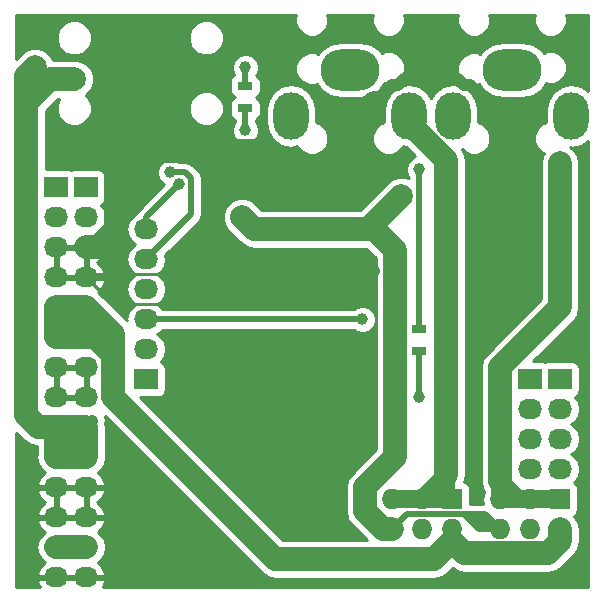
<source format=gbl>
G04 #@! TF.FileFunction,Copper,L2,Bot,Signal*
%FSLAX46Y46*%
G04 Gerber Fmt 4.6, Leading zero omitted, Abs format (unit mm)*
G04 Created by KiCad (PCBNEW 4.0.2-4+6225~38~ubuntu14.04.1-stable) date Fri 18 Mar 2016 19:53:20 GMT*
%MOMM*%
G01*
G04 APERTURE LIST*
%ADD10C,0.100000*%
%ADD11R,1.300000X0.700000*%
%ADD12R,1.727200X1.727200*%
%ADD13O,1.727200X1.727200*%
%ADD14O,3.000000X4.000000*%
%ADD15O,5.000000X3.500000*%
%ADD16R,2.032000X1.727200*%
%ADD17O,2.032000X1.727200*%
%ADD18C,1.000000*%
%ADD19C,2.000000*%
%ADD20C,1.500000*%
%ADD21C,0.508000*%
%ADD22C,2.000000*%
%ADD23C,1.016000*%
%ADD24C,0.254000*%
%ADD25C,1.500000*%
G04 APERTURE END LIST*
D10*
D11*
X120142000Y-108646000D03*
X120142000Y-106746000D03*
D12*
X137668000Y-141732000D03*
D13*
X137668000Y-144272000D03*
X135128000Y-141732000D03*
X135128000Y-144272000D03*
X132588000Y-141732000D03*
X132588000Y-144272000D03*
D12*
X146812000Y-141732000D03*
D13*
X146812000Y-144272000D03*
X144272000Y-141732000D03*
X144272000Y-144272000D03*
X141732000Y-141732000D03*
X141732000Y-144272000D03*
D14*
X147748000Y-109276000D03*
X137748000Y-109276000D03*
D15*
X142748000Y-105376000D03*
D14*
X134032000Y-109276000D03*
X124032000Y-109276000D03*
D15*
X129032000Y-105376000D03*
D11*
X134874000Y-127320000D03*
X134874000Y-129220000D03*
D16*
X104140000Y-115316000D03*
D17*
X104140000Y-117856000D03*
X104140000Y-120396000D03*
X104140000Y-122936000D03*
X104140000Y-125476000D03*
X104140000Y-128016000D03*
X104140000Y-130556000D03*
X104140000Y-133096000D03*
X104140000Y-135636000D03*
X104140000Y-138176000D03*
X104140000Y-140716000D03*
X104140000Y-143256000D03*
X104140000Y-145796000D03*
X104140000Y-148336000D03*
D16*
X106680000Y-115316000D03*
D17*
X106680000Y-117856000D03*
X106680000Y-120396000D03*
X106680000Y-122936000D03*
X106680000Y-125476000D03*
X106680000Y-128016000D03*
X106680000Y-130556000D03*
X106680000Y-133096000D03*
X106680000Y-135636000D03*
X106680000Y-138176000D03*
X106680000Y-140716000D03*
X106680000Y-143256000D03*
X106680000Y-145796000D03*
X106680000Y-148336000D03*
D16*
X111760000Y-131572000D03*
D17*
X111760000Y-129032000D03*
X111760000Y-126492000D03*
X111760000Y-123952000D03*
X111760000Y-121412000D03*
X111760000Y-118872000D03*
D16*
X144272000Y-131572000D03*
D17*
X144272000Y-134112000D03*
X144272000Y-136652000D03*
X144272000Y-139192000D03*
D16*
X146812000Y-131572000D03*
D17*
X146812000Y-134112000D03*
X146812000Y-136652000D03*
X146812000Y-139192000D03*
D18*
X134874000Y-133096000D03*
X120142000Y-105156000D03*
D19*
X105664000Y-106172000D03*
X102339000Y-105156000D03*
X111252000Y-102108000D03*
D18*
X131064000Y-122412000D03*
D19*
X135636000Y-103140000D03*
X143764000Y-117348000D03*
X109220000Y-112776000D03*
X129032000Y-113792000D03*
X119888000Y-117856000D03*
X133350000Y-116078000D03*
X125476000Y-118872000D03*
D18*
X113792000Y-114046000D03*
X114554000Y-115062000D03*
D20*
X146796000Y-113300000D03*
D18*
X130048000Y-126492000D03*
X134874000Y-113792000D03*
X120142000Y-110490000D03*
D21*
X134874000Y-133096000D02*
X134874000Y-129220000D01*
X120142000Y-106746000D02*
X120142000Y-105156000D01*
D22*
X101600000Y-108204000D02*
X103632000Y-106172000D01*
X103632000Y-106172000D02*
X105664000Y-106172000D01*
X102616000Y-135636000D02*
X104140000Y-135636000D01*
X101600000Y-134620000D02*
X102616000Y-135636000D01*
X101600000Y-105895000D02*
X101600000Y-108204000D01*
X101600000Y-108204000D02*
X101600000Y-134620000D01*
X102339000Y-105156000D02*
X101600000Y-105895000D01*
X104140000Y-135636000D02*
X106680000Y-138176000D01*
X104140000Y-135636000D02*
X104140000Y-138176000D01*
X104140000Y-138176000D02*
X106680000Y-138176000D01*
D23*
X106680000Y-135636000D02*
X107188000Y-135128000D01*
D22*
X106680000Y-135636000D02*
X106680000Y-138176000D01*
X104140000Y-135636000D02*
X106680000Y-135636000D01*
X111252000Y-109220000D02*
X114300000Y-112268000D01*
X122428000Y-113792000D02*
X120904000Y-112268000D01*
X120904000Y-112268000D02*
X114300000Y-112268000D01*
X129032000Y-113792000D02*
X122428000Y-113792000D01*
X109728000Y-112268000D02*
X109220000Y-112776000D01*
X114300000Y-112268000D02*
X109728000Y-112268000D01*
X111252000Y-102108000D02*
X111252000Y-109220000D01*
X109220000Y-112776000D02*
X109982000Y-112014000D01*
X111252000Y-110744000D02*
X109982000Y-112014000D01*
X111252000Y-109220000D02*
X111252000Y-110744000D01*
D24*
X106680000Y-120396000D02*
X106934000Y-120142000D01*
D23*
X106934000Y-133096000D02*
X106680000Y-133096000D01*
X131064000Y-122412000D02*
X131064000Y-122428000D01*
D22*
X135890000Y-103124000D02*
X135890000Y-106172000D01*
X135652000Y-103124000D02*
X135890000Y-103124000D01*
X135636000Y-103140000D02*
X135652000Y-103124000D01*
D23*
X135890000Y-106172000D02*
X138176000Y-106172000D01*
X143764000Y-111252000D02*
X143764000Y-117348000D01*
X139192000Y-106680000D02*
X143764000Y-111252000D01*
X138684000Y-106680000D02*
X139192000Y-106680000D01*
X138176000Y-106172000D02*
X138684000Y-106680000D01*
X131064000Y-108204000D02*
X132588000Y-106680000D01*
X132588000Y-106680000D02*
X133096000Y-106680000D01*
X133096000Y-106680000D02*
X133604000Y-106172000D01*
X133604000Y-106172000D02*
X135890000Y-106172000D01*
D22*
X129032000Y-113792000D02*
X129032000Y-110236000D01*
X129032000Y-110236000D02*
X131064000Y-108204000D01*
X107696000Y-120396000D02*
X109220000Y-118872000D01*
X109220000Y-118872000D02*
X109220000Y-112776000D01*
X106680000Y-120396000D02*
X107696000Y-120396000D01*
D24*
X106680000Y-122936000D02*
X108966000Y-125222000D01*
X108966000Y-125222000D02*
X114808000Y-125222000D01*
X106680000Y-122936000D02*
X106934000Y-122682000D01*
X106934000Y-122682000D02*
X114808000Y-122682000D01*
D22*
X130937000Y-118745000D02*
X132842000Y-120650000D01*
X132842000Y-120650000D02*
X132842000Y-138176000D01*
X132588000Y-144272000D02*
X131826000Y-144272000D01*
X131826000Y-144272000D02*
X130302000Y-142748000D01*
X130302000Y-142748000D02*
X130302000Y-140716000D01*
X130302000Y-140716000D02*
X132842000Y-138176000D01*
D21*
X140462000Y-144272000D02*
X139954000Y-144272000D01*
X139446000Y-143256000D02*
X139954000Y-143256000D01*
X139954000Y-143256000D02*
X140462000Y-143764000D01*
X141732000Y-144272000D02*
X141224000Y-144272000D01*
X141224000Y-144272000D02*
X140716000Y-143764000D01*
X139954000Y-143002000D02*
X140716000Y-143764000D01*
X140462000Y-143764000D02*
X140462000Y-144018000D01*
X140716000Y-143764000D02*
X140462000Y-143764000D01*
X140462000Y-143002000D02*
X139954000Y-143002000D01*
X141732000Y-144272000D02*
X140462000Y-144272000D01*
X140462000Y-144272000D02*
X139446000Y-143256000D01*
X139446000Y-143256000D02*
X139192000Y-143002000D01*
X139954000Y-144272000D02*
X140208000Y-144272000D01*
X140208000Y-144272000D02*
X140462000Y-144018000D01*
X140462000Y-144018000D02*
X140970000Y-143510000D01*
X138684000Y-143002000D02*
X139192000Y-143002000D01*
X139192000Y-143002000D02*
X139954000Y-143002000D01*
X140462000Y-143002000D02*
X140970000Y-143510000D01*
X140970000Y-143510000D02*
X141732000Y-144272000D01*
X139954000Y-144272000D02*
X138684000Y-143002000D01*
X133858000Y-143002000D02*
X138684000Y-143002000D01*
X133858000Y-143002000D02*
X132588000Y-144272000D01*
D22*
X130937000Y-118745000D02*
X130810000Y-118618000D01*
X125476000Y-118872000D02*
X120904000Y-118872000D01*
X120904000Y-118872000D02*
X119888000Y-117856000D01*
X130556000Y-118872000D02*
X130810000Y-118618000D01*
X130810000Y-118618000D02*
X133350000Y-116078000D01*
X130556000Y-118872000D02*
X125476000Y-118872000D01*
X106680000Y-128016000D02*
X107442000Y-128016000D01*
X107442000Y-128016000D02*
X108966000Y-129540000D01*
X136144000Y-146812000D02*
X122682000Y-146812000D01*
X108966000Y-127762000D02*
X106680000Y-125476000D01*
X108966000Y-133096000D02*
X108966000Y-129540000D01*
X108966000Y-129540000D02*
X108966000Y-127762000D01*
X122682000Y-146812000D02*
X108966000Y-133096000D01*
X137668000Y-145288000D02*
X136144000Y-146812000D01*
X104140000Y-125476000D02*
X106680000Y-128016000D01*
X106680000Y-128016000D02*
X104140000Y-128016000D01*
X104140000Y-128016000D02*
X104140000Y-125476000D01*
X104140000Y-125476000D02*
X106680000Y-125476000D01*
X106680000Y-125476000D02*
X106680000Y-128016000D01*
D25*
X106680000Y-128016000D02*
X107188000Y-128016000D01*
D22*
X137668000Y-145288000D02*
X138684000Y-146304000D01*
D25*
X137668000Y-144272000D02*
X137668000Y-145288000D01*
D22*
X146812000Y-145288000D02*
X146812000Y-144272000D01*
X145796000Y-146304000D02*
X146812000Y-145288000D01*
X138684000Y-146304000D02*
X145796000Y-146304000D01*
X106680000Y-145796000D02*
X104140000Y-145796000D01*
D21*
X111760000Y-121412000D02*
X115570000Y-117602000D01*
X115570000Y-117602000D02*
X115570000Y-114554000D01*
X115062000Y-114046000D02*
X115570000Y-114554000D01*
X113792000Y-114046000D02*
X115062000Y-114046000D01*
X111760000Y-118872000D02*
X111760000Y-117856000D01*
X111760000Y-117856000D02*
X114554000Y-115062000D01*
X111912400Y-118872000D02*
X111760000Y-118872000D01*
X111760000Y-118872000D02*
X111826000Y-118806000D01*
D25*
X144272000Y-141732000D02*
X146812000Y-141732000D01*
X143256000Y-141732000D02*
X144272000Y-141732000D01*
X141732000Y-141732000D02*
X143256000Y-141732000D01*
X141732000Y-141732000D02*
X141732000Y-140208000D01*
D22*
X141732000Y-130556000D02*
X146796000Y-125492000D01*
X146796000Y-125492000D02*
X146796000Y-113300000D01*
X141732000Y-130556000D02*
X141732000Y-140208000D01*
D25*
X143256000Y-141732000D02*
X141732000Y-140208000D01*
D22*
X134032000Y-109276000D02*
X134032000Y-109902000D01*
X134032000Y-109902000D02*
X137160000Y-113030000D01*
X137160000Y-113030000D02*
X137160000Y-139700000D01*
D25*
X135128000Y-141732000D02*
X137160000Y-139700000D01*
X137668000Y-141732000D02*
X137160000Y-141224000D01*
X137160000Y-141224000D02*
X137160000Y-139700000D01*
X134032000Y-110410000D02*
X134032000Y-109276000D01*
X132588000Y-141732000D02*
X135128000Y-141732000D01*
X137668000Y-141732000D02*
X135128000Y-141732000D01*
D21*
X111760000Y-126492000D02*
X130048000Y-126492000D01*
X134874000Y-113792000D02*
X134874000Y-127254000D01*
X120142000Y-108646000D02*
X120142000Y-110490000D01*
D24*
G36*
X149175000Y-149175000D02*
X108061097Y-149175000D01*
X108284709Y-148710791D01*
X108287358Y-148695026D01*
X108166217Y-148463000D01*
X106807000Y-148463000D01*
X106807000Y-148483000D01*
X106553000Y-148483000D01*
X106553000Y-148463000D01*
X104267000Y-148463000D01*
X104267000Y-148483000D01*
X104013000Y-148483000D01*
X104013000Y-148463000D01*
X102653783Y-148463000D01*
X102532642Y-148695026D01*
X102535291Y-148710791D01*
X102758903Y-149175000D01*
X100761000Y-149175000D01*
X100761000Y-145796000D01*
X102456655Y-145796000D01*
X102570729Y-146369489D01*
X102895585Y-146855670D01*
X102938670Y-146884459D01*
X102983880Y-146952120D01*
X103181086Y-147083889D01*
X102789268Y-147433964D01*
X102535291Y-147961209D01*
X102532642Y-147976974D01*
X102653783Y-148209000D01*
X104013000Y-148209000D01*
X104013000Y-148189000D01*
X104267000Y-148189000D01*
X104267000Y-148209000D01*
X106553000Y-148209000D01*
X106553000Y-148189000D01*
X106807000Y-148189000D01*
X106807000Y-148209000D01*
X108166217Y-148209000D01*
X108287358Y-147976974D01*
X108284709Y-147961209D01*
X108030732Y-147433964D01*
X107638914Y-147083889D01*
X107836120Y-146952120D01*
X107881330Y-146884459D01*
X107924415Y-146855670D01*
X108249271Y-146369489D01*
X108363345Y-145796000D01*
X108249271Y-145222511D01*
X107924415Y-144736330D01*
X107881330Y-144707541D01*
X107836120Y-144639880D01*
X107638914Y-144508111D01*
X108030732Y-144158036D01*
X108284709Y-143630791D01*
X108287358Y-143615026D01*
X108166217Y-143383000D01*
X106807000Y-143383000D01*
X106807000Y-143403000D01*
X106553000Y-143403000D01*
X106553000Y-143383000D01*
X104267000Y-143383000D01*
X104267000Y-143403000D01*
X104013000Y-143403000D01*
X104013000Y-143383000D01*
X102653783Y-143383000D01*
X102532642Y-143615026D01*
X102535291Y-143630791D01*
X102789268Y-144158036D01*
X103181086Y-144508111D01*
X102983880Y-144639880D01*
X102938670Y-144707541D01*
X102895585Y-144736330D01*
X102570729Y-145222511D01*
X102456655Y-145796000D01*
X100761000Y-145796000D01*
X100761000Y-141075026D01*
X102532642Y-141075026D01*
X102535291Y-141090791D01*
X102789268Y-141618036D01*
X103201108Y-141986000D01*
X102789268Y-142353964D01*
X102535291Y-142881209D01*
X102532642Y-142896974D01*
X102653783Y-143129000D01*
X104013000Y-143129000D01*
X104013000Y-140843000D01*
X104267000Y-140843000D01*
X104267000Y-143129000D01*
X106553000Y-143129000D01*
X106553000Y-140843000D01*
X106807000Y-140843000D01*
X106807000Y-143129000D01*
X108166217Y-143129000D01*
X108287358Y-142896974D01*
X108284709Y-142881209D01*
X108030732Y-142353964D01*
X107618892Y-141986000D01*
X108030732Y-141618036D01*
X108284709Y-141090791D01*
X108287358Y-141075026D01*
X108166217Y-140843000D01*
X106807000Y-140843000D01*
X106553000Y-140843000D01*
X104267000Y-140843000D01*
X104013000Y-140843000D01*
X102653783Y-140843000D01*
X102532642Y-141075026D01*
X100761000Y-141075026D01*
X100761000Y-136093240D01*
X101459880Y-136792120D01*
X101990312Y-137146543D01*
X102505000Y-137248922D01*
X102505000Y-137932953D01*
X102456655Y-138176000D01*
X102570729Y-138749489D01*
X102895585Y-139235670D01*
X102938670Y-139264459D01*
X102983880Y-139332120D01*
X103181086Y-139463889D01*
X102789268Y-139813964D01*
X102535291Y-140341209D01*
X102532642Y-140356974D01*
X102653783Y-140589000D01*
X104013000Y-140589000D01*
X104013000Y-140569000D01*
X104267000Y-140569000D01*
X104267000Y-140589000D01*
X106553000Y-140589000D01*
X106553000Y-140569000D01*
X106807000Y-140569000D01*
X106807000Y-140589000D01*
X108166217Y-140589000D01*
X108287358Y-140356974D01*
X108284709Y-140341209D01*
X108030732Y-139813964D01*
X107638914Y-139463889D01*
X107836120Y-139332120D01*
X107881330Y-139264459D01*
X107924415Y-139235670D01*
X108249271Y-138749489D01*
X108363345Y-138176000D01*
X108315000Y-137932953D01*
X108315000Y-135879047D01*
X108363345Y-135636000D01*
X108296649Y-135300695D01*
X108331000Y-135128000D01*
X108243994Y-134690593D01*
X108235216Y-134677456D01*
X121525878Y-147968117D01*
X121525880Y-147968120D01*
X121843851Y-148180581D01*
X122056312Y-148322543D01*
X122682000Y-148447000D01*
X136143995Y-148447000D01*
X136144000Y-148447001D01*
X136769688Y-148322543D01*
X137300120Y-147968120D01*
X137695872Y-147572368D01*
X138058312Y-147814543D01*
X138684000Y-147939001D01*
X138684005Y-147939000D01*
X145795995Y-147939000D01*
X145796000Y-147939001D01*
X146421688Y-147814543D01*
X146952120Y-147460120D01*
X147968120Y-146444120D01*
X148322543Y-145913688D01*
X148447001Y-145288000D01*
X148447000Y-145287995D01*
X148447000Y-144272000D01*
X148322543Y-143646313D01*
X147989648Y-143148100D01*
X148127041Y-143059690D01*
X148272031Y-142847490D01*
X148323040Y-142595600D01*
X148323040Y-140868400D01*
X148278762Y-140633083D01*
X148139690Y-140416959D01*
X147976212Y-140305260D01*
X148056415Y-140251670D01*
X148381271Y-139765489D01*
X148495345Y-139192000D01*
X148381271Y-138618511D01*
X148056415Y-138132330D01*
X147741634Y-137922000D01*
X148056415Y-137711670D01*
X148381271Y-137225489D01*
X148495345Y-136652000D01*
X148381271Y-136078511D01*
X148056415Y-135592330D01*
X147741634Y-135382000D01*
X148056415Y-135171670D01*
X148381271Y-134685489D01*
X148495345Y-134112000D01*
X148381271Y-133538511D01*
X148056415Y-133052330D01*
X148042087Y-133042757D01*
X148063317Y-133038762D01*
X148279441Y-132899690D01*
X148424431Y-132687490D01*
X148475440Y-132435600D01*
X148475440Y-130708400D01*
X148431162Y-130473083D01*
X148292090Y-130256959D01*
X148079890Y-130111969D01*
X147828000Y-130060960D01*
X145796000Y-130060960D01*
X145560683Y-130105238D01*
X145544901Y-130115393D01*
X145539890Y-130111969D01*
X145288000Y-130060960D01*
X144539280Y-130060960D01*
X147952117Y-126648122D01*
X147952120Y-126648120D01*
X148306543Y-126117687D01*
X148431000Y-125492000D01*
X148431000Y-113300000D01*
X148306543Y-112674313D01*
X147952120Y-112143880D01*
X147652385Y-111943604D01*
X147748000Y-111962623D01*
X148565029Y-111800106D01*
X149175000Y-111392536D01*
X149175000Y-149175000D01*
X149175000Y-149175000D01*
G37*
X149175000Y-149175000D02*
X108061097Y-149175000D01*
X108284709Y-148710791D01*
X108287358Y-148695026D01*
X108166217Y-148463000D01*
X106807000Y-148463000D01*
X106807000Y-148483000D01*
X106553000Y-148483000D01*
X106553000Y-148463000D01*
X104267000Y-148463000D01*
X104267000Y-148483000D01*
X104013000Y-148483000D01*
X104013000Y-148463000D01*
X102653783Y-148463000D01*
X102532642Y-148695026D01*
X102535291Y-148710791D01*
X102758903Y-149175000D01*
X100761000Y-149175000D01*
X100761000Y-145796000D01*
X102456655Y-145796000D01*
X102570729Y-146369489D01*
X102895585Y-146855670D01*
X102938670Y-146884459D01*
X102983880Y-146952120D01*
X103181086Y-147083889D01*
X102789268Y-147433964D01*
X102535291Y-147961209D01*
X102532642Y-147976974D01*
X102653783Y-148209000D01*
X104013000Y-148209000D01*
X104013000Y-148189000D01*
X104267000Y-148189000D01*
X104267000Y-148209000D01*
X106553000Y-148209000D01*
X106553000Y-148189000D01*
X106807000Y-148189000D01*
X106807000Y-148209000D01*
X108166217Y-148209000D01*
X108287358Y-147976974D01*
X108284709Y-147961209D01*
X108030732Y-147433964D01*
X107638914Y-147083889D01*
X107836120Y-146952120D01*
X107881330Y-146884459D01*
X107924415Y-146855670D01*
X108249271Y-146369489D01*
X108363345Y-145796000D01*
X108249271Y-145222511D01*
X107924415Y-144736330D01*
X107881330Y-144707541D01*
X107836120Y-144639880D01*
X107638914Y-144508111D01*
X108030732Y-144158036D01*
X108284709Y-143630791D01*
X108287358Y-143615026D01*
X108166217Y-143383000D01*
X106807000Y-143383000D01*
X106807000Y-143403000D01*
X106553000Y-143403000D01*
X106553000Y-143383000D01*
X104267000Y-143383000D01*
X104267000Y-143403000D01*
X104013000Y-143403000D01*
X104013000Y-143383000D01*
X102653783Y-143383000D01*
X102532642Y-143615026D01*
X102535291Y-143630791D01*
X102789268Y-144158036D01*
X103181086Y-144508111D01*
X102983880Y-144639880D01*
X102938670Y-144707541D01*
X102895585Y-144736330D01*
X102570729Y-145222511D01*
X102456655Y-145796000D01*
X100761000Y-145796000D01*
X100761000Y-141075026D01*
X102532642Y-141075026D01*
X102535291Y-141090791D01*
X102789268Y-141618036D01*
X103201108Y-141986000D01*
X102789268Y-142353964D01*
X102535291Y-142881209D01*
X102532642Y-142896974D01*
X102653783Y-143129000D01*
X104013000Y-143129000D01*
X104013000Y-140843000D01*
X104267000Y-140843000D01*
X104267000Y-143129000D01*
X106553000Y-143129000D01*
X106553000Y-140843000D01*
X106807000Y-140843000D01*
X106807000Y-143129000D01*
X108166217Y-143129000D01*
X108287358Y-142896974D01*
X108284709Y-142881209D01*
X108030732Y-142353964D01*
X107618892Y-141986000D01*
X108030732Y-141618036D01*
X108284709Y-141090791D01*
X108287358Y-141075026D01*
X108166217Y-140843000D01*
X106807000Y-140843000D01*
X106553000Y-140843000D01*
X104267000Y-140843000D01*
X104013000Y-140843000D01*
X102653783Y-140843000D01*
X102532642Y-141075026D01*
X100761000Y-141075026D01*
X100761000Y-136093240D01*
X101459880Y-136792120D01*
X101990312Y-137146543D01*
X102505000Y-137248922D01*
X102505000Y-137932953D01*
X102456655Y-138176000D01*
X102570729Y-138749489D01*
X102895585Y-139235670D01*
X102938670Y-139264459D01*
X102983880Y-139332120D01*
X103181086Y-139463889D01*
X102789268Y-139813964D01*
X102535291Y-140341209D01*
X102532642Y-140356974D01*
X102653783Y-140589000D01*
X104013000Y-140589000D01*
X104013000Y-140569000D01*
X104267000Y-140569000D01*
X104267000Y-140589000D01*
X106553000Y-140589000D01*
X106553000Y-140569000D01*
X106807000Y-140569000D01*
X106807000Y-140589000D01*
X108166217Y-140589000D01*
X108287358Y-140356974D01*
X108284709Y-140341209D01*
X108030732Y-139813964D01*
X107638914Y-139463889D01*
X107836120Y-139332120D01*
X107881330Y-139264459D01*
X107924415Y-139235670D01*
X108249271Y-138749489D01*
X108363345Y-138176000D01*
X108315000Y-137932953D01*
X108315000Y-135879047D01*
X108363345Y-135636000D01*
X108296649Y-135300695D01*
X108331000Y-135128000D01*
X108243994Y-134690593D01*
X108235216Y-134677456D01*
X121525878Y-147968117D01*
X121525880Y-147968120D01*
X121843851Y-148180581D01*
X122056312Y-148322543D01*
X122682000Y-148447000D01*
X136143995Y-148447000D01*
X136144000Y-148447001D01*
X136769688Y-148322543D01*
X137300120Y-147968120D01*
X137695872Y-147572368D01*
X138058312Y-147814543D01*
X138684000Y-147939001D01*
X138684005Y-147939000D01*
X145795995Y-147939000D01*
X145796000Y-147939001D01*
X146421688Y-147814543D01*
X146952120Y-147460120D01*
X147968120Y-146444120D01*
X148322543Y-145913688D01*
X148447001Y-145288000D01*
X148447000Y-145287995D01*
X148447000Y-144272000D01*
X148322543Y-143646313D01*
X147989648Y-143148100D01*
X148127041Y-143059690D01*
X148272031Y-142847490D01*
X148323040Y-142595600D01*
X148323040Y-140868400D01*
X148278762Y-140633083D01*
X148139690Y-140416959D01*
X147976212Y-140305260D01*
X148056415Y-140251670D01*
X148381271Y-139765489D01*
X148495345Y-139192000D01*
X148381271Y-138618511D01*
X148056415Y-138132330D01*
X147741634Y-137922000D01*
X148056415Y-137711670D01*
X148381271Y-137225489D01*
X148495345Y-136652000D01*
X148381271Y-136078511D01*
X148056415Y-135592330D01*
X147741634Y-135382000D01*
X148056415Y-135171670D01*
X148381271Y-134685489D01*
X148495345Y-134112000D01*
X148381271Y-133538511D01*
X148056415Y-133052330D01*
X148042087Y-133042757D01*
X148063317Y-133038762D01*
X148279441Y-132899690D01*
X148424431Y-132687490D01*
X148475440Y-132435600D01*
X148475440Y-130708400D01*
X148431162Y-130473083D01*
X148292090Y-130256959D01*
X148079890Y-130111969D01*
X147828000Y-130060960D01*
X145796000Y-130060960D01*
X145560683Y-130105238D01*
X145544901Y-130115393D01*
X145539890Y-130111969D01*
X145288000Y-130060960D01*
X144539280Y-130060960D01*
X147952117Y-126648122D01*
X147952120Y-126648120D01*
X148306543Y-126117687D01*
X148431000Y-125492000D01*
X148431000Y-113300000D01*
X148306543Y-112674313D01*
X147952120Y-112143880D01*
X147652385Y-111943604D01*
X147748000Y-111962623D01*
X148565029Y-111800106D01*
X149175000Y-111392536D01*
X149175000Y-149175000D01*
G36*
X124397241Y-100899298D02*
X124396760Y-101450285D01*
X124607169Y-101959515D01*
X124996436Y-102349461D01*
X125505298Y-102560759D01*
X126056285Y-102561240D01*
X126565515Y-102350831D01*
X126955461Y-101961564D01*
X127166759Y-101452702D01*
X127167240Y-100901715D01*
X127109098Y-100761000D01*
X130954667Y-100761000D01*
X130897241Y-100899298D01*
X130896760Y-101450285D01*
X131107169Y-101959515D01*
X131496436Y-102349461D01*
X132005298Y-102560759D01*
X132556285Y-102561240D01*
X133065515Y-102350831D01*
X133455461Y-101961564D01*
X133666759Y-101452702D01*
X133667240Y-100901715D01*
X133609098Y-100761000D01*
X138170667Y-100761000D01*
X138113241Y-100899298D01*
X138112760Y-101450285D01*
X138323169Y-101959515D01*
X138712436Y-102349461D01*
X139221298Y-102560759D01*
X139772285Y-102561240D01*
X140281515Y-102350831D01*
X140671461Y-101961564D01*
X140882759Y-101452702D01*
X140883240Y-100901715D01*
X140825098Y-100761000D01*
X144670667Y-100761000D01*
X144613241Y-100899298D01*
X144612760Y-101450285D01*
X144823169Y-101959515D01*
X145212436Y-102349461D01*
X145721298Y-102560759D01*
X146272285Y-102561240D01*
X146781515Y-102350831D01*
X147171461Y-101961564D01*
X147382759Y-101452702D01*
X147383240Y-100901715D01*
X147325098Y-100761000D01*
X149175000Y-100761000D01*
X149175000Y-107159464D01*
X148565029Y-106751894D01*
X147748000Y-106589377D01*
X146930971Y-106751894D01*
X146238327Y-107214704D01*
X145775517Y-107907348D01*
X145613000Y-108724377D01*
X145613000Y-109827623D01*
X145614633Y-109835832D01*
X145214485Y-110001169D01*
X144824539Y-110390436D01*
X144613241Y-110899298D01*
X144612760Y-111450285D01*
X144823169Y-111959515D01*
X145212436Y-112349461D01*
X145439513Y-112443752D01*
X145285457Y-112674313D01*
X145161000Y-113300000D01*
X145161000Y-124814761D01*
X140575880Y-129399880D01*
X140221457Y-129930312D01*
X140096999Y-130556000D01*
X140097000Y-130556005D01*
X140097000Y-140208000D01*
X140221457Y-140833687D01*
X140347000Y-141021576D01*
X140347000Y-141131535D01*
X140233400Y-141702641D01*
X140233400Y-141761359D01*
X140303346Y-142113000D01*
X139179040Y-142113000D01*
X139179040Y-140868400D01*
X139134762Y-140633083D01*
X138995690Y-140416959D01*
X138783490Y-140271969D01*
X138685188Y-140252062D01*
X138795000Y-139700000D01*
X138795000Y-113030005D01*
X138795001Y-113030000D01*
X138670543Y-112404312D01*
X138474899Y-112111509D01*
X138712436Y-112349461D01*
X139221298Y-112560759D01*
X139772285Y-112561240D01*
X140281515Y-112350831D01*
X140671461Y-111961564D01*
X140882759Y-111452702D01*
X140883240Y-110901715D01*
X140672831Y-110392485D01*
X140283564Y-110002539D01*
X139881422Y-109835555D01*
X139883000Y-109827623D01*
X139883000Y-108724377D01*
X139720483Y-107907348D01*
X139257673Y-107214704D01*
X138565029Y-106751894D01*
X137748000Y-106589377D01*
X136930971Y-106751894D01*
X136238327Y-107214704D01*
X135890000Y-107736012D01*
X135541673Y-107214704D01*
X134849029Y-106751894D01*
X134032000Y-106589377D01*
X133214971Y-106751894D01*
X132522327Y-107214704D01*
X132059517Y-107907348D01*
X131897000Y-108724377D01*
X131897000Y-109827623D01*
X131898633Y-109835832D01*
X131498485Y-110001169D01*
X131108539Y-110390436D01*
X130897241Y-110899298D01*
X130896760Y-111450285D01*
X131107169Y-111959515D01*
X131496436Y-112349461D01*
X132005298Y-112560759D01*
X132556285Y-112561240D01*
X133065515Y-112350831D01*
X133455461Y-111961564D01*
X133499041Y-111856611D01*
X133717906Y-111900146D01*
X134525631Y-112707871D01*
X134231914Y-112829233D01*
X133912355Y-113148235D01*
X133739197Y-113565244D01*
X133738803Y-114016775D01*
X133911233Y-114434086D01*
X133985000Y-114507982D01*
X133985000Y-114571323D01*
X133676648Y-114443284D01*
X133026205Y-114442716D01*
X132425057Y-114691106D01*
X131964722Y-115150637D01*
X131964437Y-115151324D01*
X129878760Y-117237000D01*
X125477426Y-117237000D01*
X125152205Y-117236716D01*
X125151518Y-117237000D01*
X121581240Y-117237000D01*
X121044557Y-116700317D01*
X120815363Y-116470722D01*
X120214648Y-116221284D01*
X119564205Y-116220716D01*
X118963057Y-116469106D01*
X118502722Y-116928637D01*
X118253284Y-117529352D01*
X118252716Y-118179795D01*
X118501106Y-118780943D01*
X118960637Y-119241278D01*
X118961323Y-119241563D01*
X119747880Y-120028120D01*
X120278312Y-120382543D01*
X120904000Y-120507001D01*
X120904005Y-120507000D01*
X125474573Y-120507000D01*
X125799795Y-120507284D01*
X125800482Y-120507000D01*
X130386760Y-120507000D01*
X131207000Y-121327239D01*
X131207000Y-137498761D01*
X129145880Y-139559880D01*
X128791457Y-140090312D01*
X128666999Y-140716000D01*
X128667000Y-140716005D01*
X128667000Y-142747995D01*
X128666999Y-142748000D01*
X128791457Y-143373688D01*
X129145880Y-143904120D01*
X130418761Y-145177000D01*
X123359239Y-145177000D01*
X111265280Y-133083040D01*
X112776000Y-133083040D01*
X113011317Y-133038762D01*
X113227441Y-132899690D01*
X113372431Y-132687490D01*
X113423440Y-132435600D01*
X113423440Y-130708400D01*
X113379162Y-130473083D01*
X113240090Y-130256959D01*
X113027890Y-130111969D01*
X112986561Y-130103600D01*
X113004415Y-130091670D01*
X113329271Y-129605489D01*
X113443345Y-129032000D01*
X113329271Y-128458511D01*
X113004415Y-127972330D01*
X112689634Y-127762000D01*
X113004415Y-127551670D01*
X113118453Y-127381000D01*
X129331717Y-127381000D01*
X129404235Y-127453645D01*
X129821244Y-127626803D01*
X130272775Y-127627197D01*
X130690086Y-127454767D01*
X131009645Y-127135765D01*
X131182803Y-126718756D01*
X131183197Y-126267225D01*
X131010767Y-125849914D01*
X130691765Y-125530355D01*
X130274756Y-125357197D01*
X129823225Y-125356803D01*
X129405914Y-125529233D01*
X129332018Y-125603000D01*
X113118453Y-125603000D01*
X113004415Y-125432330D01*
X112689634Y-125222000D01*
X113004415Y-125011670D01*
X113329271Y-124525489D01*
X113443345Y-123952000D01*
X113329271Y-123378511D01*
X113004415Y-122892330D01*
X112689634Y-122682000D01*
X113004415Y-122471670D01*
X113329271Y-121985489D01*
X113443345Y-121412000D01*
X113372649Y-121056587D01*
X116198618Y-118230618D01*
X116391330Y-117942205D01*
X116459000Y-117602000D01*
X116459000Y-114554000D01*
X116391329Y-114213794D01*
X116198618Y-113925382D01*
X115690618Y-113417382D01*
X115667949Y-113402235D01*
X115402206Y-113224671D01*
X115062000Y-113157000D01*
X114508283Y-113157000D01*
X114435765Y-113084355D01*
X114018756Y-112911197D01*
X113567225Y-112910803D01*
X113149914Y-113083233D01*
X112830355Y-113402235D01*
X112657197Y-113819244D01*
X112656803Y-114270775D01*
X112829233Y-114688086D01*
X113148235Y-115007645D01*
X113291592Y-115067172D01*
X111131382Y-117227382D01*
X110938671Y-117515794D01*
X110935496Y-117531754D01*
X110515585Y-117812330D01*
X110190729Y-118298511D01*
X110076655Y-118872000D01*
X110190729Y-119445489D01*
X110515585Y-119931670D01*
X110830366Y-120142000D01*
X110515585Y-120352330D01*
X110190729Y-120838511D01*
X110076655Y-121412000D01*
X110190729Y-121985489D01*
X110515585Y-122471670D01*
X110830366Y-122682000D01*
X110515585Y-122892330D01*
X110190729Y-123378511D01*
X110076655Y-123952000D01*
X110190729Y-124525489D01*
X110515585Y-125011670D01*
X110830366Y-125222000D01*
X110515585Y-125432330D01*
X110190729Y-125918511D01*
X110076655Y-126492000D01*
X110093643Y-126577404D01*
X107836120Y-124319880D01*
X107638914Y-124188111D01*
X108030732Y-123838036D01*
X108284709Y-123310791D01*
X108287358Y-123295026D01*
X108166217Y-123063000D01*
X106807000Y-123063000D01*
X106807000Y-123083000D01*
X106553000Y-123083000D01*
X106553000Y-123063000D01*
X104267000Y-123063000D01*
X104267000Y-123083000D01*
X104013000Y-123083000D01*
X104013000Y-123063000D01*
X103993000Y-123063000D01*
X103993000Y-122809000D01*
X104013000Y-122809000D01*
X104013000Y-120523000D01*
X104267000Y-120523000D01*
X104267000Y-122809000D01*
X106553000Y-122809000D01*
X106553000Y-120523000D01*
X106807000Y-120523000D01*
X106807000Y-122809000D01*
X108166217Y-122809000D01*
X108287358Y-122576974D01*
X108284709Y-122561209D01*
X108030732Y-122033964D01*
X107618892Y-121666000D01*
X108030732Y-121298036D01*
X108284709Y-120770791D01*
X108287358Y-120755026D01*
X108166217Y-120523000D01*
X106807000Y-120523000D01*
X106553000Y-120523000D01*
X104267000Y-120523000D01*
X104013000Y-120523000D01*
X103993000Y-120523000D01*
X103993000Y-120269000D01*
X104013000Y-120269000D01*
X104013000Y-120249000D01*
X104267000Y-120249000D01*
X104267000Y-120269000D01*
X106553000Y-120269000D01*
X106553000Y-120249000D01*
X106807000Y-120249000D01*
X106807000Y-120269000D01*
X108166217Y-120269000D01*
X108287358Y-120036974D01*
X108284709Y-120021209D01*
X108030732Y-119493964D01*
X107614931Y-119122461D01*
X107924415Y-118915670D01*
X108249271Y-118429489D01*
X108363345Y-117856000D01*
X108249271Y-117282511D01*
X107924415Y-116796330D01*
X107910087Y-116786757D01*
X107931317Y-116782762D01*
X108147441Y-116643690D01*
X108292431Y-116431490D01*
X108343440Y-116179600D01*
X108343440Y-114452400D01*
X108299162Y-114217083D01*
X108160090Y-114000959D01*
X107947890Y-113855969D01*
X107696000Y-113804960D01*
X105664000Y-113804960D01*
X105428683Y-113849238D01*
X105412901Y-113859393D01*
X105407890Y-113855969D01*
X105156000Y-113804960D01*
X103235000Y-113804960D01*
X103235000Y-108881240D01*
X104309240Y-107807000D01*
X104412541Y-107807000D01*
X104405812Y-107813717D01*
X104179258Y-108359319D01*
X104178743Y-108950089D01*
X104404344Y-109496086D01*
X104821717Y-109914188D01*
X105367319Y-110140742D01*
X105958089Y-110141257D01*
X106504086Y-109915656D01*
X106922188Y-109498283D01*
X107148742Y-108952681D01*
X107148744Y-108950089D01*
X115354743Y-108950089D01*
X115580344Y-109496086D01*
X115997717Y-109914188D01*
X116543319Y-110140742D01*
X117134089Y-110141257D01*
X117680086Y-109915656D01*
X118098188Y-109498283D01*
X118324742Y-108952681D01*
X118325257Y-108361911D01*
X118099656Y-107815914D01*
X117682283Y-107397812D01*
X117136681Y-107171258D01*
X116545911Y-107170743D01*
X115999914Y-107396344D01*
X115581812Y-107813717D01*
X115355258Y-108359319D01*
X115354743Y-108950089D01*
X107148744Y-108950089D01*
X107149257Y-108361911D01*
X106923656Y-107815914D01*
X106628082Y-107519824D01*
X107049278Y-107099363D01*
X107298716Y-106498648D01*
X107298805Y-106396000D01*
X118844560Y-106396000D01*
X118844560Y-107096000D01*
X118888838Y-107331317D01*
X119027910Y-107547441D01*
X119240110Y-107692431D01*
X119253197Y-107695081D01*
X119040559Y-107831910D01*
X118895569Y-108044110D01*
X118844560Y-108296000D01*
X118844560Y-108996000D01*
X118888838Y-109231317D01*
X119027910Y-109447441D01*
X119240110Y-109592431D01*
X119253000Y-109595041D01*
X119253000Y-109773717D01*
X119180355Y-109846235D01*
X119007197Y-110263244D01*
X119006803Y-110714775D01*
X119179233Y-111132086D01*
X119498235Y-111451645D01*
X119915244Y-111624803D01*
X120366775Y-111625197D01*
X120784086Y-111452767D01*
X121103645Y-111133765D01*
X121276803Y-110716756D01*
X121277197Y-110265225D01*
X121104767Y-109847914D01*
X121031000Y-109774018D01*
X121031000Y-109596792D01*
X121243441Y-109460090D01*
X121388431Y-109247890D01*
X121439440Y-108996000D01*
X121439440Y-108724377D01*
X121897000Y-108724377D01*
X121897000Y-109827623D01*
X122059517Y-110644652D01*
X122522327Y-111337296D01*
X123214971Y-111800106D01*
X124032000Y-111962623D01*
X124564673Y-111856668D01*
X124607169Y-111959515D01*
X124996436Y-112349461D01*
X125505298Y-112560759D01*
X126056285Y-112561240D01*
X126565515Y-112350831D01*
X126955461Y-111961564D01*
X127166759Y-111452702D01*
X127167240Y-110901715D01*
X126956831Y-110392485D01*
X126567564Y-110002539D01*
X126165422Y-109835555D01*
X126167000Y-109827623D01*
X126167000Y-108724377D01*
X126004483Y-107907348D01*
X125541673Y-107214704D01*
X124849029Y-106751894D01*
X124032000Y-106589377D01*
X123214971Y-106751894D01*
X122522327Y-107214704D01*
X122059517Y-107907348D01*
X121897000Y-108724377D01*
X121439440Y-108724377D01*
X121439440Y-108296000D01*
X121395162Y-108060683D01*
X121256090Y-107844559D01*
X121043890Y-107699569D01*
X121030803Y-107696919D01*
X121243441Y-107560090D01*
X121388431Y-107347890D01*
X121439440Y-107096000D01*
X121439440Y-106396000D01*
X121395162Y-106160683D01*
X121256090Y-105944559D01*
X121079481Y-105823887D01*
X121103645Y-105799765D01*
X121207238Y-105550285D01*
X124396760Y-105550285D01*
X124607169Y-106059515D01*
X124996436Y-106449461D01*
X125505298Y-106660759D01*
X126056285Y-106661240D01*
X126220668Y-106593318D01*
X126534132Y-107062450D01*
X127307882Y-107579453D01*
X128220582Y-107761000D01*
X129843418Y-107761000D01*
X130756118Y-107579453D01*
X131529868Y-107062450D01*
X131895540Y-106515183D01*
X132005298Y-106560759D01*
X132556285Y-106561240D01*
X133065515Y-106350831D01*
X133455461Y-105961564D01*
X133626238Y-105550285D01*
X138112760Y-105550285D01*
X138323169Y-106059515D01*
X138712436Y-106449461D01*
X139221298Y-106660759D01*
X139772285Y-106661240D01*
X139936668Y-106593318D01*
X140250132Y-107062450D01*
X141023882Y-107579453D01*
X141936582Y-107761000D01*
X143559418Y-107761000D01*
X144472118Y-107579453D01*
X145245868Y-107062450D01*
X145611540Y-106515183D01*
X145721298Y-106560759D01*
X146272285Y-106561240D01*
X146781515Y-106350831D01*
X147171461Y-105961564D01*
X147382759Y-105452702D01*
X147383240Y-104901715D01*
X147172831Y-104392485D01*
X146783564Y-104002539D01*
X146274702Y-103791241D01*
X145723715Y-103790760D01*
X145402247Y-103923588D01*
X145245868Y-103689550D01*
X144472118Y-103172547D01*
X143559418Y-102991000D01*
X141936582Y-102991000D01*
X141023882Y-103172547D01*
X140250132Y-103689550D01*
X140041377Y-104001974D01*
X139774702Y-103891241D01*
X139223715Y-103890760D01*
X138714485Y-104101169D01*
X138324539Y-104490436D01*
X138113241Y-104999298D01*
X138112760Y-105550285D01*
X133626238Y-105550285D01*
X133666759Y-105452702D01*
X133667240Y-104901715D01*
X133456831Y-104392485D01*
X133067564Y-104002539D01*
X132558702Y-103791241D01*
X132007715Y-103790760D01*
X131686247Y-103923588D01*
X131529868Y-103689550D01*
X130756118Y-103172547D01*
X129843418Y-102991000D01*
X128220582Y-102991000D01*
X127307882Y-103172547D01*
X126534132Y-103689550D01*
X126325377Y-104001974D01*
X126058702Y-103891241D01*
X125507715Y-103890760D01*
X124998485Y-104101169D01*
X124608539Y-104490436D01*
X124397241Y-104999298D01*
X124396760Y-105550285D01*
X121207238Y-105550285D01*
X121276803Y-105382756D01*
X121277197Y-104931225D01*
X121104767Y-104513914D01*
X120785765Y-104194355D01*
X120368756Y-104021197D01*
X119917225Y-104020803D01*
X119499914Y-104193233D01*
X119180355Y-104512235D01*
X119007197Y-104929244D01*
X119006803Y-105380775D01*
X119179233Y-105798086D01*
X119206335Y-105825236D01*
X119040559Y-105931910D01*
X118895569Y-106144110D01*
X118844560Y-106396000D01*
X107298805Y-106396000D01*
X107299284Y-105848205D01*
X107050894Y-105247057D01*
X106591363Y-104786722D01*
X105990648Y-104537284D01*
X105340205Y-104536716D01*
X105339518Y-104537000D01*
X103852307Y-104537000D01*
X103725894Y-104231057D01*
X103266363Y-103770722D01*
X102665648Y-103521284D01*
X102015205Y-103520716D01*
X101414057Y-103769106D01*
X100953722Y-104228637D01*
X100953437Y-104229324D01*
X100761000Y-104421760D01*
X100761000Y-102950089D01*
X104178743Y-102950089D01*
X104404344Y-103496086D01*
X104821717Y-103914188D01*
X105367319Y-104140742D01*
X105958089Y-104141257D01*
X106504086Y-103915656D01*
X106922188Y-103498283D01*
X107148742Y-102952681D01*
X107148744Y-102950089D01*
X115354743Y-102950089D01*
X115580344Y-103496086D01*
X115997717Y-103914188D01*
X116543319Y-104140742D01*
X117134089Y-104141257D01*
X117680086Y-103915656D01*
X118098188Y-103498283D01*
X118324742Y-102952681D01*
X118325257Y-102361911D01*
X118099656Y-101815914D01*
X117682283Y-101397812D01*
X117136681Y-101171258D01*
X116545911Y-101170743D01*
X115999914Y-101396344D01*
X115581812Y-101813717D01*
X115355258Y-102359319D01*
X115354743Y-102950089D01*
X107148744Y-102950089D01*
X107149257Y-102361911D01*
X106923656Y-101815914D01*
X106506283Y-101397812D01*
X105960681Y-101171258D01*
X105369911Y-101170743D01*
X104823914Y-101396344D01*
X104405812Y-101813717D01*
X104179258Y-102359319D01*
X104178743Y-102950089D01*
X100761000Y-102950089D01*
X100761000Y-100761000D01*
X124454667Y-100761000D01*
X124397241Y-100899298D01*
X124397241Y-100899298D01*
G37*
X124397241Y-100899298D02*
X124396760Y-101450285D01*
X124607169Y-101959515D01*
X124996436Y-102349461D01*
X125505298Y-102560759D01*
X126056285Y-102561240D01*
X126565515Y-102350831D01*
X126955461Y-101961564D01*
X127166759Y-101452702D01*
X127167240Y-100901715D01*
X127109098Y-100761000D01*
X130954667Y-100761000D01*
X130897241Y-100899298D01*
X130896760Y-101450285D01*
X131107169Y-101959515D01*
X131496436Y-102349461D01*
X132005298Y-102560759D01*
X132556285Y-102561240D01*
X133065515Y-102350831D01*
X133455461Y-101961564D01*
X133666759Y-101452702D01*
X133667240Y-100901715D01*
X133609098Y-100761000D01*
X138170667Y-100761000D01*
X138113241Y-100899298D01*
X138112760Y-101450285D01*
X138323169Y-101959515D01*
X138712436Y-102349461D01*
X139221298Y-102560759D01*
X139772285Y-102561240D01*
X140281515Y-102350831D01*
X140671461Y-101961564D01*
X140882759Y-101452702D01*
X140883240Y-100901715D01*
X140825098Y-100761000D01*
X144670667Y-100761000D01*
X144613241Y-100899298D01*
X144612760Y-101450285D01*
X144823169Y-101959515D01*
X145212436Y-102349461D01*
X145721298Y-102560759D01*
X146272285Y-102561240D01*
X146781515Y-102350831D01*
X147171461Y-101961564D01*
X147382759Y-101452702D01*
X147383240Y-100901715D01*
X147325098Y-100761000D01*
X149175000Y-100761000D01*
X149175000Y-107159464D01*
X148565029Y-106751894D01*
X147748000Y-106589377D01*
X146930971Y-106751894D01*
X146238327Y-107214704D01*
X145775517Y-107907348D01*
X145613000Y-108724377D01*
X145613000Y-109827623D01*
X145614633Y-109835832D01*
X145214485Y-110001169D01*
X144824539Y-110390436D01*
X144613241Y-110899298D01*
X144612760Y-111450285D01*
X144823169Y-111959515D01*
X145212436Y-112349461D01*
X145439513Y-112443752D01*
X145285457Y-112674313D01*
X145161000Y-113300000D01*
X145161000Y-124814761D01*
X140575880Y-129399880D01*
X140221457Y-129930312D01*
X140096999Y-130556000D01*
X140097000Y-130556005D01*
X140097000Y-140208000D01*
X140221457Y-140833687D01*
X140347000Y-141021576D01*
X140347000Y-141131535D01*
X140233400Y-141702641D01*
X140233400Y-141761359D01*
X140303346Y-142113000D01*
X139179040Y-142113000D01*
X139179040Y-140868400D01*
X139134762Y-140633083D01*
X138995690Y-140416959D01*
X138783490Y-140271969D01*
X138685188Y-140252062D01*
X138795000Y-139700000D01*
X138795000Y-113030005D01*
X138795001Y-113030000D01*
X138670543Y-112404312D01*
X138474899Y-112111509D01*
X138712436Y-112349461D01*
X139221298Y-112560759D01*
X139772285Y-112561240D01*
X140281515Y-112350831D01*
X140671461Y-111961564D01*
X140882759Y-111452702D01*
X140883240Y-110901715D01*
X140672831Y-110392485D01*
X140283564Y-110002539D01*
X139881422Y-109835555D01*
X139883000Y-109827623D01*
X139883000Y-108724377D01*
X139720483Y-107907348D01*
X139257673Y-107214704D01*
X138565029Y-106751894D01*
X137748000Y-106589377D01*
X136930971Y-106751894D01*
X136238327Y-107214704D01*
X135890000Y-107736012D01*
X135541673Y-107214704D01*
X134849029Y-106751894D01*
X134032000Y-106589377D01*
X133214971Y-106751894D01*
X132522327Y-107214704D01*
X132059517Y-107907348D01*
X131897000Y-108724377D01*
X131897000Y-109827623D01*
X131898633Y-109835832D01*
X131498485Y-110001169D01*
X131108539Y-110390436D01*
X130897241Y-110899298D01*
X130896760Y-111450285D01*
X131107169Y-111959515D01*
X131496436Y-112349461D01*
X132005298Y-112560759D01*
X132556285Y-112561240D01*
X133065515Y-112350831D01*
X133455461Y-111961564D01*
X133499041Y-111856611D01*
X133717906Y-111900146D01*
X134525631Y-112707871D01*
X134231914Y-112829233D01*
X133912355Y-113148235D01*
X133739197Y-113565244D01*
X133738803Y-114016775D01*
X133911233Y-114434086D01*
X133985000Y-114507982D01*
X133985000Y-114571323D01*
X133676648Y-114443284D01*
X133026205Y-114442716D01*
X132425057Y-114691106D01*
X131964722Y-115150637D01*
X131964437Y-115151324D01*
X129878760Y-117237000D01*
X125477426Y-117237000D01*
X125152205Y-117236716D01*
X125151518Y-117237000D01*
X121581240Y-117237000D01*
X121044557Y-116700317D01*
X120815363Y-116470722D01*
X120214648Y-116221284D01*
X119564205Y-116220716D01*
X118963057Y-116469106D01*
X118502722Y-116928637D01*
X118253284Y-117529352D01*
X118252716Y-118179795D01*
X118501106Y-118780943D01*
X118960637Y-119241278D01*
X118961323Y-119241563D01*
X119747880Y-120028120D01*
X120278312Y-120382543D01*
X120904000Y-120507001D01*
X120904005Y-120507000D01*
X125474573Y-120507000D01*
X125799795Y-120507284D01*
X125800482Y-120507000D01*
X130386760Y-120507000D01*
X131207000Y-121327239D01*
X131207000Y-137498761D01*
X129145880Y-139559880D01*
X128791457Y-140090312D01*
X128666999Y-140716000D01*
X128667000Y-140716005D01*
X128667000Y-142747995D01*
X128666999Y-142748000D01*
X128791457Y-143373688D01*
X129145880Y-143904120D01*
X130418761Y-145177000D01*
X123359239Y-145177000D01*
X111265280Y-133083040D01*
X112776000Y-133083040D01*
X113011317Y-133038762D01*
X113227441Y-132899690D01*
X113372431Y-132687490D01*
X113423440Y-132435600D01*
X113423440Y-130708400D01*
X113379162Y-130473083D01*
X113240090Y-130256959D01*
X113027890Y-130111969D01*
X112986561Y-130103600D01*
X113004415Y-130091670D01*
X113329271Y-129605489D01*
X113443345Y-129032000D01*
X113329271Y-128458511D01*
X113004415Y-127972330D01*
X112689634Y-127762000D01*
X113004415Y-127551670D01*
X113118453Y-127381000D01*
X129331717Y-127381000D01*
X129404235Y-127453645D01*
X129821244Y-127626803D01*
X130272775Y-127627197D01*
X130690086Y-127454767D01*
X131009645Y-127135765D01*
X131182803Y-126718756D01*
X131183197Y-126267225D01*
X131010767Y-125849914D01*
X130691765Y-125530355D01*
X130274756Y-125357197D01*
X129823225Y-125356803D01*
X129405914Y-125529233D01*
X129332018Y-125603000D01*
X113118453Y-125603000D01*
X113004415Y-125432330D01*
X112689634Y-125222000D01*
X113004415Y-125011670D01*
X113329271Y-124525489D01*
X113443345Y-123952000D01*
X113329271Y-123378511D01*
X113004415Y-122892330D01*
X112689634Y-122682000D01*
X113004415Y-122471670D01*
X113329271Y-121985489D01*
X113443345Y-121412000D01*
X113372649Y-121056587D01*
X116198618Y-118230618D01*
X116391330Y-117942205D01*
X116459000Y-117602000D01*
X116459000Y-114554000D01*
X116391329Y-114213794D01*
X116198618Y-113925382D01*
X115690618Y-113417382D01*
X115667949Y-113402235D01*
X115402206Y-113224671D01*
X115062000Y-113157000D01*
X114508283Y-113157000D01*
X114435765Y-113084355D01*
X114018756Y-112911197D01*
X113567225Y-112910803D01*
X113149914Y-113083233D01*
X112830355Y-113402235D01*
X112657197Y-113819244D01*
X112656803Y-114270775D01*
X112829233Y-114688086D01*
X113148235Y-115007645D01*
X113291592Y-115067172D01*
X111131382Y-117227382D01*
X110938671Y-117515794D01*
X110935496Y-117531754D01*
X110515585Y-117812330D01*
X110190729Y-118298511D01*
X110076655Y-118872000D01*
X110190729Y-119445489D01*
X110515585Y-119931670D01*
X110830366Y-120142000D01*
X110515585Y-120352330D01*
X110190729Y-120838511D01*
X110076655Y-121412000D01*
X110190729Y-121985489D01*
X110515585Y-122471670D01*
X110830366Y-122682000D01*
X110515585Y-122892330D01*
X110190729Y-123378511D01*
X110076655Y-123952000D01*
X110190729Y-124525489D01*
X110515585Y-125011670D01*
X110830366Y-125222000D01*
X110515585Y-125432330D01*
X110190729Y-125918511D01*
X110076655Y-126492000D01*
X110093643Y-126577404D01*
X107836120Y-124319880D01*
X107638914Y-124188111D01*
X108030732Y-123838036D01*
X108284709Y-123310791D01*
X108287358Y-123295026D01*
X108166217Y-123063000D01*
X106807000Y-123063000D01*
X106807000Y-123083000D01*
X106553000Y-123083000D01*
X106553000Y-123063000D01*
X104267000Y-123063000D01*
X104267000Y-123083000D01*
X104013000Y-123083000D01*
X104013000Y-123063000D01*
X103993000Y-123063000D01*
X103993000Y-122809000D01*
X104013000Y-122809000D01*
X104013000Y-120523000D01*
X104267000Y-120523000D01*
X104267000Y-122809000D01*
X106553000Y-122809000D01*
X106553000Y-120523000D01*
X106807000Y-120523000D01*
X106807000Y-122809000D01*
X108166217Y-122809000D01*
X108287358Y-122576974D01*
X108284709Y-122561209D01*
X108030732Y-122033964D01*
X107618892Y-121666000D01*
X108030732Y-121298036D01*
X108284709Y-120770791D01*
X108287358Y-120755026D01*
X108166217Y-120523000D01*
X106807000Y-120523000D01*
X106553000Y-120523000D01*
X104267000Y-120523000D01*
X104013000Y-120523000D01*
X103993000Y-120523000D01*
X103993000Y-120269000D01*
X104013000Y-120269000D01*
X104013000Y-120249000D01*
X104267000Y-120249000D01*
X104267000Y-120269000D01*
X106553000Y-120269000D01*
X106553000Y-120249000D01*
X106807000Y-120249000D01*
X106807000Y-120269000D01*
X108166217Y-120269000D01*
X108287358Y-120036974D01*
X108284709Y-120021209D01*
X108030732Y-119493964D01*
X107614931Y-119122461D01*
X107924415Y-118915670D01*
X108249271Y-118429489D01*
X108363345Y-117856000D01*
X108249271Y-117282511D01*
X107924415Y-116796330D01*
X107910087Y-116786757D01*
X107931317Y-116782762D01*
X108147441Y-116643690D01*
X108292431Y-116431490D01*
X108343440Y-116179600D01*
X108343440Y-114452400D01*
X108299162Y-114217083D01*
X108160090Y-114000959D01*
X107947890Y-113855969D01*
X107696000Y-113804960D01*
X105664000Y-113804960D01*
X105428683Y-113849238D01*
X105412901Y-113859393D01*
X105407890Y-113855969D01*
X105156000Y-113804960D01*
X103235000Y-113804960D01*
X103235000Y-108881240D01*
X104309240Y-107807000D01*
X104412541Y-107807000D01*
X104405812Y-107813717D01*
X104179258Y-108359319D01*
X104178743Y-108950089D01*
X104404344Y-109496086D01*
X104821717Y-109914188D01*
X105367319Y-110140742D01*
X105958089Y-110141257D01*
X106504086Y-109915656D01*
X106922188Y-109498283D01*
X107148742Y-108952681D01*
X107148744Y-108950089D01*
X115354743Y-108950089D01*
X115580344Y-109496086D01*
X115997717Y-109914188D01*
X116543319Y-110140742D01*
X117134089Y-110141257D01*
X117680086Y-109915656D01*
X118098188Y-109498283D01*
X118324742Y-108952681D01*
X118325257Y-108361911D01*
X118099656Y-107815914D01*
X117682283Y-107397812D01*
X117136681Y-107171258D01*
X116545911Y-107170743D01*
X115999914Y-107396344D01*
X115581812Y-107813717D01*
X115355258Y-108359319D01*
X115354743Y-108950089D01*
X107148744Y-108950089D01*
X107149257Y-108361911D01*
X106923656Y-107815914D01*
X106628082Y-107519824D01*
X107049278Y-107099363D01*
X107298716Y-106498648D01*
X107298805Y-106396000D01*
X118844560Y-106396000D01*
X118844560Y-107096000D01*
X118888838Y-107331317D01*
X119027910Y-107547441D01*
X119240110Y-107692431D01*
X119253197Y-107695081D01*
X119040559Y-107831910D01*
X118895569Y-108044110D01*
X118844560Y-108296000D01*
X118844560Y-108996000D01*
X118888838Y-109231317D01*
X119027910Y-109447441D01*
X119240110Y-109592431D01*
X119253000Y-109595041D01*
X119253000Y-109773717D01*
X119180355Y-109846235D01*
X119007197Y-110263244D01*
X119006803Y-110714775D01*
X119179233Y-111132086D01*
X119498235Y-111451645D01*
X119915244Y-111624803D01*
X120366775Y-111625197D01*
X120784086Y-111452767D01*
X121103645Y-111133765D01*
X121276803Y-110716756D01*
X121277197Y-110265225D01*
X121104767Y-109847914D01*
X121031000Y-109774018D01*
X121031000Y-109596792D01*
X121243441Y-109460090D01*
X121388431Y-109247890D01*
X121439440Y-108996000D01*
X121439440Y-108724377D01*
X121897000Y-108724377D01*
X121897000Y-109827623D01*
X122059517Y-110644652D01*
X122522327Y-111337296D01*
X123214971Y-111800106D01*
X124032000Y-111962623D01*
X124564673Y-111856668D01*
X124607169Y-111959515D01*
X124996436Y-112349461D01*
X125505298Y-112560759D01*
X126056285Y-112561240D01*
X126565515Y-112350831D01*
X126955461Y-111961564D01*
X127166759Y-111452702D01*
X127167240Y-110901715D01*
X126956831Y-110392485D01*
X126567564Y-110002539D01*
X126165422Y-109835555D01*
X126167000Y-109827623D01*
X126167000Y-108724377D01*
X126004483Y-107907348D01*
X125541673Y-107214704D01*
X124849029Y-106751894D01*
X124032000Y-106589377D01*
X123214971Y-106751894D01*
X122522327Y-107214704D01*
X122059517Y-107907348D01*
X121897000Y-108724377D01*
X121439440Y-108724377D01*
X121439440Y-108296000D01*
X121395162Y-108060683D01*
X121256090Y-107844559D01*
X121043890Y-107699569D01*
X121030803Y-107696919D01*
X121243441Y-107560090D01*
X121388431Y-107347890D01*
X121439440Y-107096000D01*
X121439440Y-106396000D01*
X121395162Y-106160683D01*
X121256090Y-105944559D01*
X121079481Y-105823887D01*
X121103645Y-105799765D01*
X121207238Y-105550285D01*
X124396760Y-105550285D01*
X124607169Y-106059515D01*
X124996436Y-106449461D01*
X125505298Y-106660759D01*
X126056285Y-106661240D01*
X126220668Y-106593318D01*
X126534132Y-107062450D01*
X127307882Y-107579453D01*
X128220582Y-107761000D01*
X129843418Y-107761000D01*
X130756118Y-107579453D01*
X131529868Y-107062450D01*
X131895540Y-106515183D01*
X132005298Y-106560759D01*
X132556285Y-106561240D01*
X133065515Y-106350831D01*
X133455461Y-105961564D01*
X133626238Y-105550285D01*
X138112760Y-105550285D01*
X138323169Y-106059515D01*
X138712436Y-106449461D01*
X139221298Y-106660759D01*
X139772285Y-106661240D01*
X139936668Y-106593318D01*
X140250132Y-107062450D01*
X141023882Y-107579453D01*
X141936582Y-107761000D01*
X143559418Y-107761000D01*
X144472118Y-107579453D01*
X145245868Y-107062450D01*
X145611540Y-106515183D01*
X145721298Y-106560759D01*
X146272285Y-106561240D01*
X146781515Y-106350831D01*
X147171461Y-105961564D01*
X147382759Y-105452702D01*
X147383240Y-104901715D01*
X147172831Y-104392485D01*
X146783564Y-104002539D01*
X146274702Y-103791241D01*
X145723715Y-103790760D01*
X145402247Y-103923588D01*
X145245868Y-103689550D01*
X144472118Y-103172547D01*
X143559418Y-102991000D01*
X141936582Y-102991000D01*
X141023882Y-103172547D01*
X140250132Y-103689550D01*
X140041377Y-104001974D01*
X139774702Y-103891241D01*
X139223715Y-103890760D01*
X138714485Y-104101169D01*
X138324539Y-104490436D01*
X138113241Y-104999298D01*
X138112760Y-105550285D01*
X133626238Y-105550285D01*
X133666759Y-105452702D01*
X133667240Y-104901715D01*
X133456831Y-104392485D01*
X133067564Y-104002539D01*
X132558702Y-103791241D01*
X132007715Y-103790760D01*
X131686247Y-103923588D01*
X131529868Y-103689550D01*
X130756118Y-103172547D01*
X129843418Y-102991000D01*
X128220582Y-102991000D01*
X127307882Y-103172547D01*
X126534132Y-103689550D01*
X126325377Y-104001974D01*
X126058702Y-103891241D01*
X125507715Y-103890760D01*
X124998485Y-104101169D01*
X124608539Y-104490436D01*
X124397241Y-104999298D01*
X124396760Y-105550285D01*
X121207238Y-105550285D01*
X121276803Y-105382756D01*
X121277197Y-104931225D01*
X121104767Y-104513914D01*
X120785765Y-104194355D01*
X120368756Y-104021197D01*
X119917225Y-104020803D01*
X119499914Y-104193233D01*
X119180355Y-104512235D01*
X119007197Y-104929244D01*
X119006803Y-105380775D01*
X119179233Y-105798086D01*
X119206335Y-105825236D01*
X119040559Y-105931910D01*
X118895569Y-106144110D01*
X118844560Y-106396000D01*
X107298805Y-106396000D01*
X107299284Y-105848205D01*
X107050894Y-105247057D01*
X106591363Y-104786722D01*
X105990648Y-104537284D01*
X105340205Y-104536716D01*
X105339518Y-104537000D01*
X103852307Y-104537000D01*
X103725894Y-104231057D01*
X103266363Y-103770722D01*
X102665648Y-103521284D01*
X102015205Y-103520716D01*
X101414057Y-103769106D01*
X100953722Y-104228637D01*
X100953437Y-104229324D01*
X100761000Y-104421760D01*
X100761000Y-102950089D01*
X104178743Y-102950089D01*
X104404344Y-103496086D01*
X104821717Y-103914188D01*
X105367319Y-104140742D01*
X105958089Y-104141257D01*
X106504086Y-103915656D01*
X106922188Y-103498283D01*
X107148742Y-102952681D01*
X107148744Y-102950089D01*
X115354743Y-102950089D01*
X115580344Y-103496086D01*
X115997717Y-103914188D01*
X116543319Y-104140742D01*
X117134089Y-104141257D01*
X117680086Y-103915656D01*
X118098188Y-103498283D01*
X118324742Y-102952681D01*
X118325257Y-102361911D01*
X118099656Y-101815914D01*
X117682283Y-101397812D01*
X117136681Y-101171258D01*
X116545911Y-101170743D01*
X115999914Y-101396344D01*
X115581812Y-101813717D01*
X115355258Y-102359319D01*
X115354743Y-102950089D01*
X107148744Y-102950089D01*
X107149257Y-102361911D01*
X106923656Y-101815914D01*
X106506283Y-101397812D01*
X105960681Y-101171258D01*
X105369911Y-101170743D01*
X104823914Y-101396344D01*
X104405812Y-101813717D01*
X104179258Y-102359319D01*
X104178743Y-102950089D01*
X100761000Y-102950089D01*
X100761000Y-100761000D01*
X124454667Y-100761000D01*
X124397241Y-100899298D01*
G36*
X104267000Y-130429000D02*
X106553000Y-130429000D01*
X106553000Y-130409000D01*
X106807000Y-130409000D01*
X106807000Y-130429000D01*
X106827000Y-130429000D01*
X106827000Y-130683000D01*
X106807000Y-130683000D01*
X106807000Y-132969000D01*
X106827000Y-132969000D01*
X106827000Y-133223000D01*
X106807000Y-133223000D01*
X106807000Y-133243000D01*
X106553000Y-133243000D01*
X106553000Y-133223000D01*
X104267000Y-133223000D01*
X104267000Y-133243000D01*
X104013000Y-133243000D01*
X104013000Y-133223000D01*
X103993000Y-133223000D01*
X103993000Y-132969000D01*
X104013000Y-132969000D01*
X104013000Y-130683000D01*
X104267000Y-130683000D01*
X104267000Y-132969000D01*
X106553000Y-132969000D01*
X106553000Y-130683000D01*
X104267000Y-130683000D01*
X104013000Y-130683000D01*
X103993000Y-130683000D01*
X103993000Y-130429000D01*
X104013000Y-130429000D01*
X104013000Y-130409000D01*
X104267000Y-130409000D01*
X104267000Y-130429000D01*
X104267000Y-130429000D01*
G37*
X104267000Y-130429000D02*
X106553000Y-130429000D01*
X106553000Y-130409000D01*
X106807000Y-130409000D01*
X106807000Y-130429000D01*
X106827000Y-130429000D01*
X106827000Y-130683000D01*
X106807000Y-130683000D01*
X106807000Y-132969000D01*
X106827000Y-132969000D01*
X106827000Y-133223000D01*
X106807000Y-133223000D01*
X106807000Y-133243000D01*
X106553000Y-133243000D01*
X106553000Y-133223000D01*
X104267000Y-133223000D01*
X104267000Y-133243000D01*
X104013000Y-133243000D01*
X104013000Y-133223000D01*
X103993000Y-133223000D01*
X103993000Y-132969000D01*
X104013000Y-132969000D01*
X104013000Y-130683000D01*
X104267000Y-130683000D01*
X104267000Y-132969000D01*
X106553000Y-132969000D01*
X106553000Y-130683000D01*
X104267000Y-130683000D01*
X104013000Y-130683000D01*
X103993000Y-130683000D01*
X103993000Y-130429000D01*
X104013000Y-130429000D01*
X104013000Y-130409000D01*
X104267000Y-130409000D01*
X104267000Y-130429000D01*
M02*

</source>
